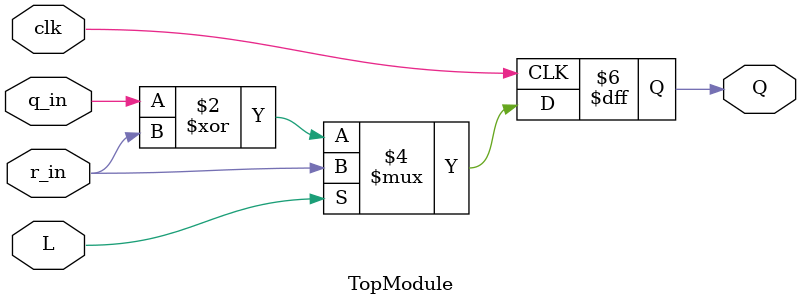
<source format=sv>
module TopModule (
    input logic clk,
    input logic L,
    input logic q_in,
    input logic r_in,
    output logic Q
);

    always_ff @(posedge clk) begin
        if (L) begin
            Q <= r_in;
        end else begin
            Q <= q_in ^ r_in;
        end
    end

endmodule
</source>
